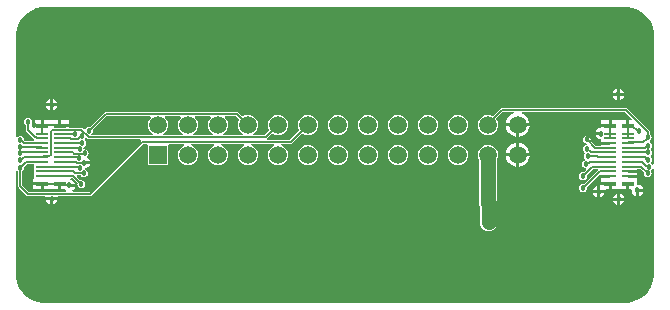
<source format=gbl>
G04*
G04 #@! TF.GenerationSoftware,Altium Limited,Altium Designer,21.6.1 (37)*
G04*
G04 Layer_Physical_Order=2*
G04 Layer_Color=16711680*
%FSLAX25Y25*%
%MOIN*%
G70*
G04*
G04 #@! TF.SameCoordinates,094AEC64-6FA2-4D50-AE7A-0E8442ED52D6*
G04*
G04*
G04 #@! TF.FilePolarity,Positive*
G04*
G01*
G75*
%ADD21C,0.00500*%
%ADD23R,0.05906X0.05906*%
%ADD24C,0.05906*%
%ADD25C,0.01800*%
%ADD26C,0.05000*%
%ADD27R,0.04331X0.00984*%
%ADD28R,0.04331X0.01575*%
%ADD29C,0.05000*%
G36*
X296151Y127688D02*
X297940Y127012D01*
X299557Y125991D01*
X300937Y124667D01*
X302025Y123093D01*
X302775Y121334D01*
X303158Y119460D01*
Y118504D01*
Y75674D01*
X302658Y75522D01*
X302512Y75740D01*
X302399Y75816D01*
X302150Y76182D01*
X302271Y76457D01*
X302406Y76658D01*
X302507Y77165D01*
X302406Y77673D01*
X302148Y78058D01*
X302091Y78224D01*
Y78460D01*
X302138Y78691D01*
X302378Y79050D01*
X302479Y79558D01*
X302378Y80065D01*
X302091Y80495D01*
X302336Y80933D01*
X302544Y81244D01*
X302645Y81751D01*
X302544Y82259D01*
X302257Y82689D01*
X301827Y82976D01*
X301816Y82978D01*
X301731Y83505D01*
X302006Y83689D01*
X302294Y84119D01*
X302395Y84626D01*
X302294Y85133D01*
X302006Y85563D01*
X301981Y85580D01*
Y86226D01*
X301930Y86480D01*
X301786Y86695D01*
X294312Y94169D01*
X294097Y94313D01*
X293844Y94363D01*
X252362D01*
X252109Y94313D01*
X251894Y94169D01*
X249420Y91696D01*
X248671Y92007D01*
X247795Y92122D01*
X246920Y92007D01*
X246104Y91669D01*
X245404Y91131D01*
X244867Y90431D01*
X244529Y89615D01*
X244414Y88740D01*
X244529Y87865D01*
X244867Y87049D01*
X245404Y86349D01*
X246104Y85812D01*
X246920Y85474D01*
X247795Y85359D01*
X248671Y85474D01*
X249486Y85812D01*
X250186Y86349D01*
X250724Y87049D01*
X251062Y87865D01*
X251177Y88740D01*
X251062Y89615D01*
X250724Y90431D01*
X250423Y90824D01*
X252637Y93038D01*
X256536D01*
X256635Y92538D01*
X255802Y92193D01*
X254976Y91559D01*
X254343Y90734D01*
X253944Y89772D01*
X253874Y89240D01*
X261716D01*
X261646Y89772D01*
X261248Y90734D01*
X260614Y91559D01*
X259789Y92193D01*
X258955Y92538D01*
X259055Y93038D01*
X293569D01*
X295913Y90694D01*
X295722Y90232D01*
X294988D01*
Y88445D01*
X293988D01*
Y90232D01*
X289083D01*
Y88445D01*
X288583D01*
Y87945D01*
X285417D01*
Y87747D01*
X284790Y87622D01*
X284162Y87202D01*
X283742Y86574D01*
X283694Y86332D01*
X285531D01*
Y85332D01*
X283694D01*
X283742Y85091D01*
X284162Y84462D01*
X284790Y84043D01*
X285417Y83918D01*
Y83177D01*
X288583D01*
Y82177D01*
X285417D01*
Y81765D01*
X283739D01*
X281970Y83534D01*
X282034Y83858D01*
X281933Y84365D01*
X281646Y84795D01*
X281216Y85083D01*
X280709Y85184D01*
X280201Y85083D01*
X279771Y84795D01*
X279484Y84365D01*
X279383Y83858D01*
X279484Y83351D01*
X279771Y82921D01*
X280201Y82634D01*
X280662Y82542D01*
X280709Y82505D01*
X280698Y82409D01*
X280454Y81983D01*
X280201Y81933D01*
X279771Y81646D01*
X279484Y81216D01*
X279383Y80709D01*
X279484Y80201D01*
X279771Y79771D01*
X279885Y79696D01*
X280134Y79330D01*
X280012Y79055D01*
X279878Y78854D01*
X279777Y78347D01*
X279878Y77839D01*
X280165Y77409D01*
X280243Y77357D01*
X280137Y76826D01*
X280068Y76812D01*
X279638Y76525D01*
X279351Y76095D01*
X279250Y75588D01*
X279351Y75081D01*
X279638Y74651D01*
X280068Y74363D01*
X280506Y74276D01*
X280639Y74048D01*
X280718Y73781D01*
X279851Y72915D01*
X279528Y72979D01*
X279020Y72878D01*
X278590Y72591D01*
X278303Y72161D01*
X278202Y71653D01*
X278303Y71146D01*
X278590Y70716D01*
X279020Y70429D01*
X279528Y70328D01*
X280035Y70429D01*
X280465Y70716D01*
X280752Y71146D01*
X280853Y71653D01*
X280789Y71977D01*
X282952Y74140D01*
X284334D01*
X284477Y73873D01*
X284514Y73640D01*
X279851Y68978D01*
X279528Y69042D01*
X279020Y68941D01*
X278590Y68654D01*
X278303Y68224D01*
X278202Y67716D01*
X278303Y67209D01*
X278590Y66779D01*
X279020Y66492D01*
X279528Y66391D01*
X280035Y66492D01*
X280465Y66779D01*
X280752Y67209D01*
X280853Y67716D01*
X280789Y68040D01*
X284917Y72169D01*
X284955Y72154D01*
X288583D01*
Y71153D01*
X285417D01*
Y69535D01*
X288583D01*
Y69035D01*
X289083D01*
Y67248D01*
X293988D01*
Y69035D01*
X294988D01*
Y67248D01*
X295428D01*
X295727Y66883D01*
X295875Y66142D01*
X296295Y65513D01*
X296923Y65093D01*
X297165Y65045D01*
Y66883D01*
X297665D01*
Y67383D01*
X299502D01*
X299454Y67624D01*
X299034Y68253D01*
X298406Y68673D01*
X297665Y68820D01*
X297654Y68830D01*
Y71153D01*
X294488D01*
Y72154D01*
X297654D01*
Y72728D01*
X294488D01*
Y73728D01*
X297654D01*
Y74140D01*
X298582D01*
X299855Y72868D01*
X299790Y72544D01*
X299891Y72037D01*
X300179Y71607D01*
X300609Y71320D01*
X301116Y71219D01*
X301623Y71320D01*
X302053Y71607D01*
X302341Y72037D01*
X302441Y72544D01*
X302341Y73051D01*
X302274Y73151D01*
X302105Y73528D01*
X302401Y73792D01*
X302512Y73866D01*
X302658Y74084D01*
X303158Y73932D01*
Y39378D01*
X303150Y39370D01*
X303189Y38415D01*
X302885Y36526D01*
X302208Y34737D01*
X301188Y33120D01*
X299864Y31740D01*
X298290Y30652D01*
X296531Y29902D01*
X294657Y29519D01*
X100402D01*
X100394Y29528D01*
X99438Y29488D01*
X97550Y29792D01*
X95761Y30469D01*
X94144Y31490D01*
X92763Y32813D01*
X91676Y34387D01*
X90926Y36146D01*
X90543Y38020D01*
Y38976D01*
X90551Y38985D01*
Y73222D01*
X91051Y73426D01*
X91337Y73217D01*
Y68236D01*
X91388Y67983D01*
X91531Y67768D01*
X94020Y65279D01*
X94235Y65136D01*
X94488Y65085D01*
X100131D01*
X100441Y64673D01*
X104284D01*
X104594Y65085D01*
X115354D01*
X115608Y65136D01*
X115823Y65279D01*
X132952Y82408D01*
X134073D01*
X134442Y82093D01*
X134442Y81908D01*
Y75387D01*
X141148D01*
Y81908D01*
X141148Y82093D01*
X141517Y82408D01*
X146583D01*
X146682Y81908D01*
X146104Y81669D01*
X145404Y81131D01*
X144867Y80431D01*
X144529Y79615D01*
X144414Y78740D01*
X144529Y77865D01*
X144867Y77049D01*
X145404Y76349D01*
X146104Y75811D01*
X146920Y75474D01*
X147795Y75358D01*
X148670Y75474D01*
X149486Y75811D01*
X150187Y76349D01*
X150724Y77049D01*
X151062Y77865D01*
X151177Y78740D01*
X151062Y79615D01*
X150724Y80431D01*
X150187Y81131D01*
X149486Y81669D01*
X148908Y81908D01*
X149008Y82408D01*
X156583D01*
X156682Y81908D01*
X156104Y81669D01*
X155404Y81131D01*
X154867Y80431D01*
X154529Y79615D01*
X154414Y78740D01*
X154529Y77865D01*
X154867Y77049D01*
X155404Y76349D01*
X156104Y75811D01*
X156920Y75474D01*
X157795Y75358D01*
X158670Y75474D01*
X159486Y75811D01*
X160187Y76349D01*
X160724Y77049D01*
X161062Y77865D01*
X161177Y78740D01*
X161062Y79615D01*
X160724Y80431D01*
X160187Y81131D01*
X159486Y81669D01*
X158908Y81908D01*
X159008Y82408D01*
X166583D01*
X166682Y81908D01*
X166104Y81669D01*
X165404Y81131D01*
X164867Y80431D01*
X164529Y79615D01*
X164414Y78740D01*
X164529Y77865D01*
X164867Y77049D01*
X165404Y76349D01*
X166104Y75811D01*
X166920Y75474D01*
X167795Y75358D01*
X168670Y75474D01*
X169486Y75811D01*
X170186Y76349D01*
X170724Y77049D01*
X171062Y77865D01*
X171177Y78740D01*
X171062Y79615D01*
X170724Y80431D01*
X170186Y81131D01*
X169486Y81669D01*
X168908Y81908D01*
X169008Y82408D01*
X176583D01*
X176682Y81908D01*
X176104Y81669D01*
X175404Y81131D01*
X174867Y80431D01*
X174529Y79615D01*
X174414Y78740D01*
X174529Y77865D01*
X174867Y77049D01*
X175404Y76349D01*
X176104Y75811D01*
X176920Y75474D01*
X177795Y75358D01*
X178671Y75474D01*
X179486Y75811D01*
X180186Y76349D01*
X180724Y77049D01*
X181062Y77865D01*
X181177Y78740D01*
X181062Y79615D01*
X180724Y80431D01*
X180186Y81131D01*
X179486Y81669D01*
X178908Y81908D01*
X179008Y82408D01*
X182126D01*
X182380Y82459D01*
X182595Y82602D01*
X185934Y85942D01*
X186104Y85812D01*
X186920Y85474D01*
X187795Y85359D01*
X188671Y85474D01*
X189486Y85812D01*
X190187Y86349D01*
X190724Y87049D01*
X191062Y87865D01*
X191177Y88740D01*
X191062Y89615D01*
X190724Y90431D01*
X190187Y91131D01*
X189486Y91669D01*
X188671Y92007D01*
X187795Y92122D01*
X186920Y92007D01*
X186104Y91669D01*
X185404Y91131D01*
X184867Y90431D01*
X184529Y89615D01*
X184414Y88740D01*
X184529Y87865D01*
X184867Y87049D01*
X184997Y86879D01*
X181851Y83734D01*
X174406D01*
X174263Y84001D01*
X174226Y84234D01*
X175934Y85942D01*
X176104Y85812D01*
X176920Y85474D01*
X177795Y85359D01*
X178671Y85474D01*
X179486Y85812D01*
X180186Y86349D01*
X180724Y87049D01*
X181062Y87865D01*
X181177Y88740D01*
X181062Y89615D01*
X180724Y90431D01*
X180186Y91131D01*
X179486Y91669D01*
X178671Y92007D01*
X177795Y92122D01*
X176920Y92007D01*
X176104Y91669D01*
X175404Y91131D01*
X174867Y90431D01*
X174529Y89615D01*
X174414Y88740D01*
X174529Y87865D01*
X174867Y87049D01*
X174997Y86879D01*
X173426Y85308D01*
X169578D01*
X169478Y85808D01*
X169486Y85812D01*
X170186Y86349D01*
X170724Y87049D01*
X171062Y87865D01*
X171177Y88740D01*
X171062Y89615D01*
X170724Y90431D01*
X170186Y91131D01*
X169486Y91669D01*
X168670Y92007D01*
X167795Y92122D01*
X166920Y92007D01*
X166104Y91669D01*
X165934Y91538D01*
X164661Y92812D01*
X164446Y92955D01*
X164192Y93006D01*
X120369D01*
X120116Y92955D01*
X119901Y92812D01*
X115201Y88111D01*
X114877Y88176D01*
X114370Y88075D01*
X113940Y87788D01*
X113720Y87459D01*
X113170Y87302D01*
X112823Y87649D01*
X112608Y87793D01*
X112354Y87843D01*
X108283D01*
Y87945D01*
X105118D01*
Y88445D01*
X104618D01*
Y90232D01*
X99713D01*
Y88445D01*
X98713D01*
Y90232D01*
X97408D01*
X97198Y90372D01*
X96957Y90420D01*
Y88583D01*
X95957D01*
Y90420D01*
X95715Y90372D01*
X95634Y90389D01*
X95425Y90701D01*
X94995Y90988D01*
X94488Y91089D01*
X93981Y90988D01*
X93551Y90701D01*
X93264Y90271D01*
X93163Y89764D01*
X93264Y89257D01*
X93551Y88827D01*
X93826Y88643D01*
Y86975D01*
X93876Y86721D01*
X94020Y86506D01*
X96047Y84478D01*
Y84335D01*
X96191D01*
X96309Y84216D01*
X96524Y84072D01*
X96647Y84048D01*
Y83340D01*
X93680D01*
X93326Y83700D01*
X93225Y84207D01*
X92937Y84637D01*
X92507Y84925D01*
X92000Y85026D01*
X91493Y84925D01*
X91063Y84637D01*
X91051Y84620D01*
X90551Y84772D01*
Y118110D01*
X90511Y119066D01*
X90816Y120954D01*
X91492Y122743D01*
X92513Y124360D01*
X93837Y125741D01*
X95411Y126828D01*
X97170Y127578D01*
X99044Y127961D01*
X293299D01*
X293307Y127953D01*
X294263Y127993D01*
X296151Y127688D01*
D02*
G37*
G36*
X145468Y91180D02*
X145404Y91131D01*
X144867Y90431D01*
X144529Y89615D01*
X144414Y88740D01*
X144529Y87865D01*
X144867Y87049D01*
X145404Y86349D01*
X146104Y85812D01*
X146112Y85808D01*
X146013Y85308D01*
X141028D01*
X141028Y85308D01*
X139578D01*
X139479Y85808D01*
X139486Y85812D01*
X140187Y86349D01*
X140724Y87049D01*
X141062Y87865D01*
X141177Y88740D01*
X141062Y89615D01*
X140724Y90431D01*
X140187Y91131D01*
X140123Y91180D01*
X140293Y91680D01*
X145298D01*
X145468Y91180D01*
D02*
G37*
G36*
X135468D02*
X135404Y91131D01*
X134867Y90431D01*
X134529Y89615D01*
X134414Y88740D01*
X134529Y87865D01*
X134867Y87049D01*
X135404Y86349D01*
X136104Y85812D01*
X136112Y85808D01*
X136013Y85308D01*
X115809D01*
X115657Y85808D01*
X115814Y85913D01*
X116101Y86343D01*
X116202Y86850D01*
X116138Y87174D01*
X120644Y91680D01*
X135298D01*
X135468Y91180D01*
D02*
G37*
G36*
X155468D02*
X155404Y91131D01*
X154867Y90431D01*
X154529Y89615D01*
X154414Y88740D01*
X154529Y87865D01*
X154867Y87049D01*
X155404Y86349D01*
X156104Y85812D01*
X156112Y85808D01*
X156013Y85308D01*
X155418D01*
X155418Y85308D01*
X149578D01*
X149478Y85808D01*
X149486Y85812D01*
X150187Y86349D01*
X150724Y87049D01*
X151062Y87865D01*
X151177Y88740D01*
X151062Y89615D01*
X150724Y90431D01*
X150187Y91131D01*
X150123Y91180D01*
X150293Y91680D01*
X155298D01*
X155468Y91180D01*
D02*
G37*
G36*
X164997Y90601D02*
X164867Y90431D01*
X164529Y89615D01*
X164414Y88740D01*
X164529Y87865D01*
X164867Y87049D01*
X165404Y86349D01*
X166104Y85812D01*
X166112Y85808D01*
X166013Y85308D01*
X165418D01*
X165418Y85308D01*
X159578D01*
X159478Y85808D01*
X159486Y85812D01*
X160187Y86349D01*
X160724Y87049D01*
X161062Y87865D01*
X161177Y88740D01*
X161062Y89615D01*
X160724Y90431D01*
X160187Y91131D01*
X160123Y91180D01*
X160293Y91680D01*
X163918D01*
X164997Y90601D01*
D02*
G37*
G36*
X114421Y84177D02*
X114636Y84033D01*
X114890Y83983D01*
X131972D01*
X132115Y83715D01*
X132152Y83483D01*
X115080Y66411D01*
X109424D01*
X109272Y66911D01*
X109653Y67166D01*
X110073Y67794D01*
X110121Y68035D01*
X108283D01*
Y69035D01*
X110121D01*
X110073Y69277D01*
X109653Y69905D01*
X109025Y70325D01*
X108600Y70410D01*
X108588Y70543D01*
X109043Y70991D01*
X109300D01*
X111027Y69264D01*
X110963Y68940D01*
X111064Y68433D01*
X111351Y68003D01*
X111781Y67715D01*
X112288Y67615D01*
X112796Y67715D01*
X113226Y68003D01*
X113513Y68433D01*
X113614Y68940D01*
X113513Y69447D01*
X113226Y69877D01*
X112796Y70165D01*
X112288Y70265D01*
X111965Y70201D01*
X110735Y71430D01*
X110927Y71892D01*
X112032D01*
X112215Y71618D01*
X112645Y71330D01*
X113153Y71229D01*
X113660Y71330D01*
X114090Y71618D01*
X114377Y72048D01*
X114478Y72555D01*
X114377Y73062D01*
X114090Y73492D01*
X113660Y73780D01*
X113620Y73787D01*
Y74297D01*
X114004Y74374D01*
X114633Y74794D01*
X115053Y75422D01*
X115101Y75664D01*
X113263D01*
Y76664D01*
X115101D01*
X115053Y76905D01*
X114633Y77533D01*
X114335Y77733D01*
X114323Y78326D01*
X114610Y78756D01*
X114711Y79264D01*
X114610Y79771D01*
X114323Y80201D01*
X113893Y80488D01*
X113516Y80563D01*
X113030Y80682D01*
X112981Y80929D01*
X113111Y81465D01*
X113541Y81752D01*
X113829Y82182D01*
X113929Y82690D01*
X113829Y83197D01*
X113620Y83508D01*
X113542Y83659D01*
X113562Y84215D01*
X113608Y84283D01*
X114158Y84440D01*
X114421Y84177D01*
D02*
G37*
G36*
X96647Y70823D02*
X96047D01*
Y69535D01*
X99213D01*
Y69035D01*
X99713D01*
Y67248D01*
X104618D01*
Y69035D01*
X105618D01*
Y67248D01*
X106859D01*
X106914Y67166D01*
X107295Y66911D01*
X107143Y66411D01*
X94763D01*
X92663Y68511D01*
Y73379D01*
X92937Y73563D01*
X93225Y73993D01*
X93326Y74500D01*
X93261Y74824D01*
X94152Y75715D01*
X96647D01*
Y70823D01*
D02*
G37*
%LPC*%
G36*
X291770Y100696D02*
Y99358D01*
X293108D01*
X293060Y99600D01*
X292640Y100228D01*
X292011Y100648D01*
X291770Y100696D01*
D02*
G37*
G36*
X290770D02*
X290528Y100648D01*
X289900Y100228D01*
X289480Y99600D01*
X289432Y99358D01*
X290770D01*
Y100696D01*
D02*
G37*
G36*
X293108Y98358D02*
X291770D01*
Y97021D01*
X292011Y97069D01*
X292640Y97488D01*
X293060Y98117D01*
X293108Y98358D01*
D02*
G37*
G36*
X290770D02*
X289432D01*
X289480Y98117D01*
X289900Y97488D01*
X290528Y97069D01*
X290770Y97021D01*
Y98358D01*
D02*
G37*
G36*
X102862Y97310D02*
Y95972D01*
X104200D01*
X104152Y96214D01*
X103732Y96842D01*
X103103Y97262D01*
X102862Y97310D01*
D02*
G37*
G36*
X101862D02*
X101621Y97262D01*
X100992Y96842D01*
X100572Y96214D01*
X100524Y95972D01*
X101862D01*
Y97310D01*
D02*
G37*
G36*
X104200Y94972D02*
X102862D01*
Y93635D01*
X103103Y93683D01*
X103732Y94103D01*
X104152Y94731D01*
X104200Y94972D01*
D02*
G37*
G36*
X101862D02*
X100524D01*
X100572Y94731D01*
X100992Y94103D01*
X101621Y93683D01*
X101862Y93635D01*
Y94972D01*
D02*
G37*
G36*
X108283Y90232D02*
X105618D01*
Y88945D01*
X108283D01*
Y90232D01*
D02*
G37*
G36*
X288083Y90232D02*
X285417D01*
Y88945D01*
X288083D01*
Y90232D01*
D02*
G37*
G36*
X237795Y92122D02*
X236920Y92007D01*
X236104Y91669D01*
X235404Y91131D01*
X234867Y90431D01*
X234529Y89615D01*
X234414Y88740D01*
X234529Y87865D01*
X234867Y87049D01*
X235404Y86349D01*
X236104Y85812D01*
X236920Y85474D01*
X237795Y85359D01*
X238670Y85474D01*
X239486Y85812D01*
X240187Y86349D01*
X240724Y87049D01*
X241062Y87865D01*
X241177Y88740D01*
X241062Y89615D01*
X240724Y90431D01*
X240187Y91131D01*
X239486Y91669D01*
X238670Y92007D01*
X237795Y92122D01*
D02*
G37*
G36*
X227795D02*
X226920Y92007D01*
X226104Y91669D01*
X225404Y91131D01*
X224867Y90431D01*
X224529Y89615D01*
X224414Y88740D01*
X224529Y87865D01*
X224867Y87049D01*
X225404Y86349D01*
X226104Y85812D01*
X226920Y85474D01*
X227795Y85359D01*
X228671Y85474D01*
X229486Y85812D01*
X230187Y86349D01*
X230724Y87049D01*
X231062Y87865D01*
X231177Y88740D01*
X231062Y89615D01*
X230724Y90431D01*
X230187Y91131D01*
X229486Y91669D01*
X228671Y92007D01*
X227795Y92122D01*
D02*
G37*
G36*
X217795D02*
X216920Y92007D01*
X216104Y91669D01*
X215404Y91131D01*
X214867Y90431D01*
X214529Y89615D01*
X214414Y88740D01*
X214529Y87865D01*
X214867Y87049D01*
X215404Y86349D01*
X216104Y85812D01*
X216920Y85474D01*
X217795Y85359D01*
X218671Y85474D01*
X219486Y85812D01*
X220186Y86349D01*
X220724Y87049D01*
X221062Y87865D01*
X221177Y88740D01*
X221062Y89615D01*
X220724Y90431D01*
X220186Y91131D01*
X219486Y91669D01*
X218671Y92007D01*
X217795Y92122D01*
D02*
G37*
G36*
X207795D02*
X206920Y92007D01*
X206104Y91669D01*
X205404Y91131D01*
X204867Y90431D01*
X204529Y89615D01*
X204414Y88740D01*
X204529Y87865D01*
X204867Y87049D01*
X205404Y86349D01*
X206104Y85812D01*
X206920Y85474D01*
X207795Y85359D01*
X208670Y85474D01*
X209486Y85812D01*
X210187Y86349D01*
X210724Y87049D01*
X211062Y87865D01*
X211177Y88740D01*
X211062Y89615D01*
X210724Y90431D01*
X210187Y91131D01*
X209486Y91669D01*
X208670Y92007D01*
X207795Y92122D01*
D02*
G37*
G36*
X197795D02*
X196920Y92007D01*
X196104Y91669D01*
X195404Y91131D01*
X194867Y90431D01*
X194529Y89615D01*
X194414Y88740D01*
X194529Y87865D01*
X194867Y87049D01*
X195404Y86349D01*
X196104Y85812D01*
X196920Y85474D01*
X197795Y85359D01*
X198670Y85474D01*
X199486Y85812D01*
X200186Y86349D01*
X200724Y87049D01*
X201062Y87865D01*
X201177Y88740D01*
X201062Y89615D01*
X200724Y90431D01*
X200186Y91131D01*
X199486Y91669D01*
X198670Y92007D01*
X197795Y92122D01*
D02*
G37*
G36*
X261716Y88240D02*
X258295D01*
Y84819D01*
X258827Y84889D01*
X259789Y85287D01*
X260614Y85921D01*
X261248Y86747D01*
X261646Y87708D01*
X261716Y88240D01*
D02*
G37*
G36*
X257295D02*
X253874D01*
X253944Y87708D01*
X254343Y86747D01*
X254976Y85921D01*
X255802Y85287D01*
X256763Y84889D01*
X257295Y84819D01*
Y88240D01*
D02*
G37*
G36*
X258295Y82661D02*
Y79240D01*
X261716D01*
X261646Y79772D01*
X261248Y80734D01*
X260614Y81559D01*
X259789Y82193D01*
X258827Y82591D01*
X258295Y82661D01*
D02*
G37*
G36*
X257295D02*
X256763Y82591D01*
X255802Y82193D01*
X254976Y81559D01*
X254343Y80734D01*
X253944Y79772D01*
X253874Y79240D01*
X257295D01*
Y82661D01*
D02*
G37*
G36*
X237795Y82122D02*
X236920Y82007D01*
X236104Y81669D01*
X235404Y81131D01*
X234867Y80431D01*
X234529Y79615D01*
X234414Y78740D01*
X234529Y77865D01*
X234867Y77049D01*
X235404Y76349D01*
X236104Y75811D01*
X236920Y75474D01*
X237795Y75358D01*
X238670Y75474D01*
X239486Y75811D01*
X240187Y76349D01*
X240724Y77049D01*
X241062Y77865D01*
X241177Y78740D01*
X241062Y79615D01*
X240724Y80431D01*
X240187Y81131D01*
X239486Y81669D01*
X238670Y82007D01*
X237795Y82122D01*
D02*
G37*
G36*
X227795D02*
X226920Y82007D01*
X226104Y81669D01*
X225404Y81131D01*
X224867Y80431D01*
X224529Y79615D01*
X224414Y78740D01*
X224529Y77865D01*
X224867Y77049D01*
X225404Y76349D01*
X226104Y75811D01*
X226920Y75474D01*
X227795Y75358D01*
X228671Y75474D01*
X229486Y75811D01*
X230187Y76349D01*
X230724Y77049D01*
X231062Y77865D01*
X231177Y78740D01*
X231062Y79615D01*
X230724Y80431D01*
X230187Y81131D01*
X229486Y81669D01*
X228671Y82007D01*
X227795Y82122D01*
D02*
G37*
G36*
X217795D02*
X216920Y82007D01*
X216104Y81669D01*
X215404Y81131D01*
X214867Y80431D01*
X214529Y79615D01*
X214414Y78740D01*
X214529Y77865D01*
X214867Y77049D01*
X215404Y76349D01*
X216104Y75811D01*
X216920Y75474D01*
X217795Y75358D01*
X218671Y75474D01*
X219486Y75811D01*
X220186Y76349D01*
X220724Y77049D01*
X221062Y77865D01*
X221177Y78740D01*
X221062Y79615D01*
X220724Y80431D01*
X220186Y81131D01*
X219486Y81669D01*
X218671Y82007D01*
X217795Y82122D01*
D02*
G37*
G36*
X207795D02*
X206920Y82007D01*
X206104Y81669D01*
X205404Y81131D01*
X204867Y80431D01*
X204529Y79615D01*
X204414Y78740D01*
X204529Y77865D01*
X204867Y77049D01*
X205404Y76349D01*
X206104Y75811D01*
X206920Y75474D01*
X207795Y75358D01*
X208670Y75474D01*
X209486Y75811D01*
X210187Y76349D01*
X210724Y77049D01*
X211062Y77865D01*
X211177Y78740D01*
X211062Y79615D01*
X210724Y80431D01*
X210187Y81131D01*
X209486Y81669D01*
X208670Y82007D01*
X207795Y82122D01*
D02*
G37*
G36*
X197795D02*
X196920Y82007D01*
X196104Y81669D01*
X195404Y81131D01*
X194867Y80431D01*
X194529Y79615D01*
X194414Y78740D01*
X194529Y77865D01*
X194867Y77049D01*
X195404Y76349D01*
X196104Y75811D01*
X196920Y75474D01*
X197795Y75358D01*
X198670Y75474D01*
X199486Y75811D01*
X200186Y76349D01*
X200724Y77049D01*
X201062Y77865D01*
X201177Y78740D01*
X201062Y79615D01*
X200724Y80431D01*
X200186Y81131D01*
X199486Y81669D01*
X198670Y82007D01*
X197795Y82122D01*
D02*
G37*
G36*
X187795D02*
X186920Y82007D01*
X186104Y81669D01*
X185404Y81131D01*
X184867Y80431D01*
X184529Y79615D01*
X184414Y78740D01*
X184529Y77865D01*
X184867Y77049D01*
X185404Y76349D01*
X186104Y75811D01*
X186920Y75474D01*
X187795Y75358D01*
X188671Y75474D01*
X189486Y75811D01*
X190187Y76349D01*
X190724Y77049D01*
X191062Y77865D01*
X191177Y78740D01*
X191062Y79615D01*
X190724Y80431D01*
X190187Y81131D01*
X189486Y81669D01*
X188671Y82007D01*
X187795Y82122D01*
D02*
G37*
G36*
X261716Y78240D02*
X258295D01*
Y74819D01*
X258827Y74889D01*
X259789Y75287D01*
X260614Y75921D01*
X261248Y76747D01*
X261646Y77708D01*
X261716Y78240D01*
D02*
G37*
G36*
X257295D02*
X253874D01*
X253944Y77708D01*
X254343Y76747D01*
X254976Y75921D01*
X255802Y75287D01*
X256763Y74889D01*
X257295Y74819D01*
Y78240D01*
D02*
G37*
G36*
X288083Y68535D02*
X285244D01*
Y67001D01*
X286839D01*
X287042Y67248D01*
X288083D01*
Y68535D01*
D02*
G37*
G36*
X284244Y68339D02*
X284002Y68291D01*
X283374Y67871D01*
X282954Y67242D01*
X282906Y67001D01*
X284244D01*
Y68339D01*
D02*
G37*
G36*
X299502Y66383D02*
X298165D01*
Y65045D01*
X298406Y65093D01*
X299034Y65513D01*
X299454Y66142D01*
X299502Y66383D01*
D02*
G37*
G36*
X286582Y66001D02*
X285244D01*
Y64663D01*
X285485Y64711D01*
X286114Y65131D01*
X286534Y65760D01*
X286582Y66001D01*
D02*
G37*
G36*
X284244D02*
X282906D01*
X282954Y65760D01*
X283374Y65131D01*
X284002Y64711D01*
X284244Y64663D01*
Y66001D01*
D02*
G37*
G36*
X291895Y65854D02*
Y64516D01*
X293233D01*
X293185Y64758D01*
X292765Y65386D01*
X292137Y65806D01*
X291895Y65854D01*
D02*
G37*
G36*
X290895D02*
X290654Y65806D01*
X290025Y65386D01*
X289606Y64758D01*
X289558Y64516D01*
X290895D01*
Y65854D01*
D02*
G37*
G36*
X104200Y63673D02*
X102862D01*
Y62335D01*
X103103Y62384D01*
X103732Y62803D01*
X104152Y63432D01*
X104200Y63673D01*
D02*
G37*
G36*
X101862D02*
X100524D01*
X100572Y63432D01*
X100992Y62803D01*
X101621Y62384D01*
X101862Y62335D01*
Y63673D01*
D02*
G37*
G36*
X293233Y63516D02*
X291895D01*
Y62178D01*
X292137Y62226D01*
X292765Y62646D01*
X293185Y63275D01*
X293233Y63516D01*
D02*
G37*
G36*
X290895D02*
X289558D01*
X289606Y63275D01*
X290025Y62646D01*
X290654Y62226D01*
X290895Y62178D01*
Y63516D01*
D02*
G37*
G36*
X247795Y82122D02*
X246920Y82007D01*
X246104Y81669D01*
X245404Y81131D01*
X244867Y80431D01*
X244529Y79615D01*
X244414Y78740D01*
X244529Y77865D01*
X244867Y77049D01*
X244870Y77045D01*
Y62835D01*
X244970Y62078D01*
X245107Y61748D01*
Y56299D01*
X245206Y55542D01*
X245498Y54837D01*
X245963Y54231D01*
X246569Y53766D01*
X247274Y53474D01*
X248031Y53374D01*
X248788Y53474D01*
X249494Y53766D01*
X250100Y54231D01*
X250565Y54837D01*
X250857Y55542D01*
X250957Y56299D01*
Y62598D01*
X250857Y63355D01*
X250720Y63685D01*
Y77045D01*
X250724Y77049D01*
X251062Y77865D01*
X251177Y78740D01*
X251062Y79615D01*
X250724Y80431D01*
X250186Y81131D01*
X249486Y81669D01*
X248671Y82007D01*
X247795Y82122D01*
D02*
G37*
G36*
X98713Y68535D02*
X96047D01*
Y67248D01*
X98713D01*
Y68535D01*
D02*
G37*
%LPD*%
D21*
X252362Y93701D02*
X293844D01*
X301318Y86226D01*
X294685Y82874D02*
X299669D01*
X300974Y84179D01*
X299213Y76378D02*
X300539Y75052D01*
X301326D02*
X301575Y74803D01*
X300539Y75052D02*
X301326D01*
X294488Y74803D02*
X298857D01*
X301116Y72544D01*
X300829Y77165D02*
X301181D01*
X300042Y77953D02*
X300829Y77165D01*
X294488Y77953D02*
X300042D01*
X294503Y79543D02*
X301138D01*
X301154Y79558D01*
X294488Y79528D02*
X294503Y79543D01*
X300968Y81751D02*
X301319D01*
X294519Y81072D02*
X300288D01*
X300968Y81751D01*
X294488Y81102D02*
X294519Y81072D01*
X300974Y84179D02*
Y84626D01*
X301318Y84875D02*
Y86226D01*
X301069Y84626D02*
X301318Y84875D01*
X294488Y76378D02*
X299213D01*
X105118Y69035D02*
X105618Y68535D01*
X108283D01*
X94488Y65748D02*
X115354D01*
X132677Y83071D01*
X99213Y69035D02*
X105118D01*
X112354Y87181D02*
X114890Y84646D01*
X109981Y85729D02*
X110079Y85631D01*
X105118Y85827D02*
X105216Y85729D01*
X111288Y84081D02*
X112099Y84892D01*
X108963Y84081D02*
X111288D01*
X102683Y86969D02*
X107514D01*
X105216Y85729D02*
X109981D01*
X108792Y84252D02*
X108963Y84081D01*
X107514Y86969D02*
X107726Y87181D01*
X105118Y84252D02*
X108792D01*
X107726Y87181D02*
X112354D01*
X104895Y88668D02*
X105118Y88445D01*
X99435Y88668D02*
X104895D01*
X96457Y88583D02*
X99075D01*
X99213Y88445D01*
X94488Y86975D02*
Y89764D01*
Y86975D02*
X96778Y84685D01*
X99213Y88445D02*
X99435Y88668D01*
X99213Y85827D02*
Y88445D01*
X97107Y84685D02*
X97539Y84252D01*
X99213D01*
X96778Y84685D02*
X97107D01*
X294488Y88445D02*
X295866D01*
X297697Y86614D01*
X298031D01*
X294488Y85827D02*
Y88445D01*
Y84252D02*
Y85827D01*
X288583D02*
Y88445D01*
Y84252D02*
Y85827D01*
X294488Y82677D02*
X294685Y82874D01*
X247795Y89134D02*
X252362Y93701D01*
X247795Y88740D02*
Y89134D01*
X279528Y67716D02*
X285039Y73228D01*
X288583D01*
X282677Y74803D02*
X288583D01*
X279528Y71653D02*
X282677Y74803D01*
X281717Y76378D02*
X288583D01*
X280927Y75588D02*
X281717Y76378D01*
X280575Y75588D02*
X280927D01*
X284503Y77953D02*
X288583D01*
X284109Y78347D02*
X284503Y77953D01*
X281102Y78347D02*
X284109D01*
X280932Y80709D02*
X282113Y79528D01*
X280709Y80709D02*
X280932D01*
X282113Y79528D02*
X288583D01*
X280709Y83858D02*
X283465Y81102D01*
X288583D01*
X182126Y83071D02*
X187795Y88740D01*
X132677Y83071D02*
X182126D01*
X173701Y84646D02*
X177795Y88740D01*
X165418Y84646D02*
X173701D01*
X155418Y84646D02*
X165418D01*
X114890Y84646D02*
X141028D01*
Y84646D02*
X155418D01*
X102070Y86356D02*
X102683Y86969D01*
X102070Y78808D02*
Y86356D01*
X99213Y77953D02*
X99455Y78195D01*
X101457D02*
X102070Y78808D01*
X99455Y78195D02*
X101457D01*
X112099Y84892D02*
X112451D01*
X92000Y68236D02*
Y74500D01*
Y68236D02*
X94488Y65748D01*
X120369Y92343D02*
X164192D01*
X114877Y86850D02*
X120369Y92343D01*
X164192D02*
X167795Y88740D01*
X105118Y82677D02*
X112591D01*
X105357Y80892D02*
X111494D01*
X105343Y80878D02*
X105357Y80892D01*
X111494D02*
X111704Y80682D01*
X113236Y79114D02*
X113386Y79264D01*
X109995Y79114D02*
X113236D01*
X110857Y77953D02*
X111026Y77785D01*
X111301D01*
X113248Y76177D02*
X113262Y76163D01*
X110454Y76440D02*
X110904Y75989D01*
X105118Y77953D02*
X110857D01*
X112649Y76450D02*
X113083Y76016D01*
X113244Y76177D02*
X113248D01*
X113262Y76163D02*
X113263Y76164D01*
X111301Y77785D02*
X111546Y77539D01*
X113083Y76016D02*
X113244Y76177D01*
X110904Y75989D02*
X112188D01*
X105180Y76440D02*
X110454D01*
X112188Y75989D02*
X112649Y76450D01*
X109582Y79528D02*
X109995Y79114D01*
X105118Y79528D02*
X109582D01*
X105118Y81102D02*
X105343Y80878D01*
X91935Y81407D02*
X92040Y81301D01*
X92000Y83700D02*
X92288D01*
X92040Y81301D02*
X99014D01*
X92288Y83700D02*
X93311Y82677D01*
X99213D01*
X99014Y81301D02*
X99213Y81102D01*
X92000Y79200D02*
X92352D01*
X92679Y79528D01*
X99213D01*
X93328Y77976D02*
X99189D01*
X92352Y77000D02*
X93328Y77976D01*
X92000Y77000D02*
X92352D01*
X92000Y74500D02*
X93878Y76378D01*
X99213D01*
X99189Y77976D02*
X99213Y77953D01*
X105321Y74600D02*
X111748D01*
X105118Y74803D02*
X105321Y74600D01*
X99213Y73228D02*
X109581D01*
X110254Y72555D02*
X113153D01*
X109581Y73228D02*
X110254Y72555D01*
X105118Y76378D02*
X105180Y76440D01*
X111748Y74600D02*
X111951Y74398D01*
X109575Y71653D02*
X112288Y68940D01*
X105118Y71653D02*
X109575D01*
X99213D02*
X105118D01*
X99213Y74803D02*
X105118D01*
D23*
X137795Y78740D02*
D03*
D24*
Y88740D02*
D03*
X147795Y78740D02*
D03*
Y88740D02*
D03*
X157795Y78740D02*
D03*
Y88740D02*
D03*
X167795Y78740D02*
D03*
Y88740D02*
D03*
X177795Y78740D02*
D03*
Y88740D02*
D03*
X187795Y78740D02*
D03*
Y88740D02*
D03*
X197795Y78740D02*
D03*
Y88740D02*
D03*
X207795Y78740D02*
D03*
Y88740D02*
D03*
X217795Y78740D02*
D03*
Y88740D02*
D03*
X227795Y78740D02*
D03*
Y88740D02*
D03*
X237795Y78740D02*
D03*
Y88740D02*
D03*
X247795Y78740D02*
D03*
Y88740D02*
D03*
X257795Y78740D02*
D03*
Y88740D02*
D03*
D25*
X301116Y72544D02*
D03*
X301181Y77165D02*
D03*
X301575Y74803D02*
D03*
X297665Y66883D02*
D03*
X301154Y79558D02*
D03*
X301319Y81751D02*
D03*
X301069Y84626D02*
D03*
X108283Y68535D02*
D03*
X110079Y85631D02*
D03*
X96457Y88583D02*
D03*
X94488Y89764D02*
D03*
X291395Y64016D02*
D03*
X284744Y66501D02*
D03*
X285531Y85832D02*
D03*
X298031Y86614D02*
D03*
X279528Y67716D02*
D03*
Y71653D02*
D03*
X280575Y75588D02*
D03*
X281102Y78347D02*
D03*
X280709Y80709D02*
D03*
Y83858D02*
D03*
X291270Y98858D02*
D03*
X112451Y84892D02*
D03*
X114877Y86850D02*
D03*
X112604Y82690D02*
D03*
X102362Y95472D02*
D03*
X113386Y79264D02*
D03*
X111704Y80682D02*
D03*
X102362Y64173D02*
D03*
X111546Y77539D02*
D03*
X113263Y76164D02*
D03*
X91935Y81407D02*
D03*
X92000Y83700D02*
D03*
Y79200D02*
D03*
Y77000D02*
D03*
Y74500D02*
D03*
X111951Y74398D02*
D03*
X113153Y72555D02*
D03*
X112288Y68940D02*
D03*
D26*
X248031Y62598D02*
D03*
Y56299D02*
D03*
D27*
X288583Y71653D02*
D03*
X294488Y73228D02*
D03*
X288583D02*
D03*
X294488Y74803D02*
D03*
X288583D02*
D03*
X294488Y76378D02*
D03*
X288583D02*
D03*
X294488Y77953D02*
D03*
X288583D02*
D03*
X294488Y79528D02*
D03*
X288583D02*
D03*
X294488Y81102D02*
D03*
X288583D02*
D03*
X294488Y82677D02*
D03*
X288583D02*
D03*
X294488Y84252D02*
D03*
X288583D02*
D03*
X294488Y85827D02*
D03*
X288583D02*
D03*
X294488Y71653D02*
D03*
X99213Y85827D02*
D03*
X105118Y71653D02*
D03*
X99213D02*
D03*
X105118Y73228D02*
D03*
X99213D02*
D03*
X105118Y74803D02*
D03*
X99213D02*
D03*
X105118Y76378D02*
D03*
X99213D02*
D03*
X105118Y77953D02*
D03*
X99213D02*
D03*
X105118Y79528D02*
D03*
X99213D02*
D03*
X105118Y81102D02*
D03*
X99213D02*
D03*
X105118Y82677D02*
D03*
X99213D02*
D03*
X105118Y84252D02*
D03*
X99213D02*
D03*
X105118Y85827D02*
D03*
D28*
X294488Y69035D02*
D03*
X288583D02*
D03*
X294488Y88445D02*
D03*
X288583D02*
D03*
X105118Y69035D02*
D03*
X99213D02*
D03*
X105118Y88445D02*
D03*
X99213D02*
D03*
D29*
X247795Y62835D02*
X248031Y62598D01*
X247795Y62835D02*
Y78740D01*
X248031Y56299D02*
Y62598D01*
M02*

</source>
